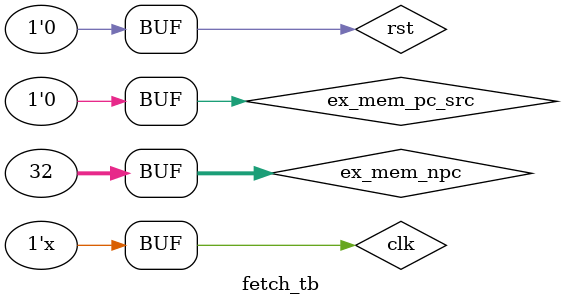
<source format=v>
`timescale 1ns / 1ps

module fetch_tb;

    reg clk;
    reg rst;
    reg ex_mem_pc_src;
    reg [31:0] ex_mem_npc;

    wire [31:0] if_id_instr;
    wire [31:0] if_id_npc;

    fetch uut (
        .clk(clk),
        .rst(rst),
        .ex_mem_pc_src(ex_mem_pc_src),
        .ex_mem_npc(ex_mem_npc),
        .if_id_instr(if_id_instr),
        .if_id_npc(if_id_npc)
    );

    initial clk = 0;
    always #5 clk = ~clk;

    initial begin
        rst = 1;
        ex_mem_pc_src = 0;
        ex_mem_npc = 32'b0;

        #15;
        rst = 0;

        #60;

        ex_mem_pc_src = 1;
        ex_mem_npc = 32'h00000020;

        #10; 
        ex_mem_pc_src = 0; 

        #100;
    end
endmodule

</source>
